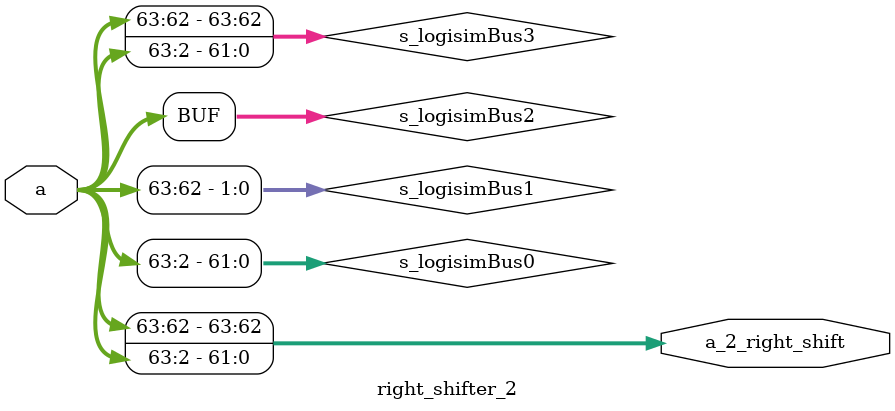
<source format=v>
/******************************************************************************
**
Logisim-evolution
goes
FPGA
automatic
generated
Verilog
code
**
**
https://github.com/logisim-evolution/
**
**
**
**
Component
:
right_shifter_2
**
**
**
*****************************************************************************/
module
right_shifter_2(
a,
a_2_right_shift
);
/*******************************************************************************
**
The
inputs
are
defined
here
**
*******************************************************************************/
input
[63:0]
a;
/*******************************************************************************
**
The
outputs
are
defined
here
**
*******************************************************************************/
output
[63:0]
a_2_right_shift;
/*******************************************************************************
**
The
wires
are
defined
here
**
*******************************************************************************/
wire
[61:0]
s_logisimBus0;
wire
[1:0]
s_logisimBus1;
wire
[63:0]
s_logisimBus2;
wire
[63:0]
s_logisimBus3;
/*******************************************************************************
**
The
module
functionality
is
described
here
**
*******************************************************************************/
/*******************************************************************************
**
Here
all
wiring
is
defined
**
*******************************************************************************/
assign
s_logisimBus0[0]
=
s_logisimBus2[2];
assign
s_logisimBus0[10]
=
s_logisimBus2[12];
assign
s_logisimBus0[11]
=
s_logisimBus2[13];
assign
s_logisimBus0[12]
=
s_logisimBus2[14];
assign
s_logisimBus0[13]
=
s_logisimBus2[15];
assign
s_logisimBus0[14]
=
s_logisimBus2[16];
assign
s_logisimBus0[15]
=
s_logisimBus2[17];
assign
s_logisimBus0[16]
=
s_logisimBus2[18];
assign
s_logisimBus0[17]
=
s_logisimBus2[19];
assign
s_logisimBus0[18]
=
s_logisimBus2[20];
assign
s_logisimBus0[19]
=
s_logisimBus2[21];
assign
s_logisimBus0[1]
=
s_logisimBus2[3];
assign
s_logisimBus0[20]
=
s_logisimBus2[22];
assign
s_logisimBus0[21]
=
s_logisimBus2[23];
assign
s_logisimBus0[22]
=
s_logisimBus2[24];
assign
s_logisimBus0[23]
=
s_logisimBus2[25];
assign
s_logisimBus0[24]
=
s_logisimBus2[26];
assign
s_logisimBus0[25]
=
s_logisimBus2[27];
assign
s_logisimBus0[26]
=
s_logisimBus2[28];
assign
s_logisimBus0[27]
=
s_logisimBus2[29];
assign
s_logisimBus0[28]
=
s_logisimBus2[30];
assign
s_logisimBus0[29]
=
s_logisimBus2[31];
assign
s_logisimBus0[2]
=
s_logisimBus2[4];
assign
s_logisimBus0[30]
=
s_logisimBus2[32];
assign
s_logisimBus0[31]
=
s_logisimBus2[33];
assign
s_logisimBus0[32]
=
s_logisimBus2[34];
assign
s_logisimBus0[33]
=
s_logisimBus2[35];
assign
s_logisimBus0[34]
=
s_logisimBus2[36];
assign
s_logisimBus0[35]
=
s_logisimBus2[37];
assign
s_logisimBus0[36]
=
s_logisimBus2[38];
assign
s_logisimBus0[37]
=
s_logisimBus2[39];
assign
s_logisimBus0[38]
=
s_logisimBus2[40];
assign
s_logisimBus0[39]
=
s_logisimBus2[41];
assign
s_logisimBus0[3]
=
s_logisimBus2[5];
assign
s_logisimBus0[40]
=
s_logisimBus2[42];
assign
s_logisimBus0[41]
=
s_logisimBus2[43];
assign
s_logisimBus0[42]
=
s_logisimBus2[44];
assign
s_logisimBus0[43]
=
s_logisimBus2[45];
assign
s_logisimBus0[44]
=
s_logisimBus2[46];
assign
s_logisimBus0[45]
=
s_logisimBus2[47];
assign
s_logisimBus0[46]
=
s_logisimBus2[48];
assign
s_logisimBus0[47]
=
s_logisimBus2[49];
assign
s_logisimBus0[48]
=
s_logisimBus2[50];
assign
s_logisimBus0[49]
=
s_logisimBus2[51];
assign
s_logisimBus0[4]
=
s_logisimBus2[6];
assign
s_logisimBus0[50]
=
s_logisimBus2[52];
assign
s_logisimBus0[51]
=
s_logisimBus2[53];
assign
s_logisimBus0[52]
=
s_logisimBus2[54];
assign
s_logisimBus0[53]
=
s_logisimBus2[55];
assign
s_logisimBus0[54]
=
s_logisimBus2[56];
assign
s_logisimBus0[55]
=
s_logisimBus2[57];
assign
s_logisimBus0[56]
=
s_logisimBus2[58];
assign
s_logisimBus0[57]
=
s_logisimBus2[59];
assign
s_logisimBus0[58]
=
s_logisimBus2[60];
assign
s_logisimBus0[59]
=
s_logisimBus2[61];
assign
s_logisimBus0[5]
=
s_logisimBus2[7];
assign
s_logisimBus0[60]
=
s_logisimBus2[62];
assign
s_logisimBus0[61]
=
s_logisimBus2[63];
assign
s_logisimBus0[6]
=
s_logisimBus2[8];
assign
s_logisimBus0[7]
=
s_logisimBus2[9];
assign
s_logisimBus0[8]
=
s_logisimBus2[10];
assign
s_logisimBus0[9]
=
s_logisimBus2[11];
assign
s_logisimBus1[0]
=
s_logisimBus2[62];
assign
s_logisimBus1[1]
=
s_logisimBus2[63];
assign
s_logisimBus3[0]
=
s_logisimBus0[0];
assign
s_logisimBus3[10]
=
s_logisimBus0[10];
assign
s_logisimBus3[11]
=
s_logisimBus0[11];
assign
s_logisimBus3[12]
=
s_logisimBus0[12];
assign
s_logisimBus3[13]
=
s_logisimBus0[13];
assign
s_logisimBus3[14]
=
s_logisimBus0[14];
assign
s_logisimBus3[15]
=
s_logisimBus0[15];
assign
s_logisimBus3[16]
=
s_logisimBus0[16];
assign
s_logisimBus3[17]
=
s_logisimBus0[17];
assign
s_logisimBus3[18]
=
s_logisimBus0[18];
assign
s_logisimBus3[19]
=
s_logisimBus0[19];
assign
s_logisimBus3[1]
=
s_logisimBus0[1];
assign
s_logisimBus3[20]
=
s_logisimBus0[20];
assign
s_logisimBus3[21]
=
s_logisimBus0[21];
assign
s_logisimBus3[22]
=
s_logisimBus0[22];
assign
s_logisimBus3[23]
=
s_logisimBus0[23];
assign
s_logisimBus3[24]
=
s_logisimBus0[24];
assign
s_logisimBus3[25]
=
s_logisimBus0[25];
assign
s_logisimBus3[26]
=
s_logisimBus0[26];
assign
s_logisimBus3[27]
=
s_logisimBus0[27];
assign
s_logisimBus3[28]
=
s_logisimBus0[28];
assign
s_logisimBus3[29]
=
s_logisimBus0[29];
assign
s_logisimBus3[2]
=
s_logisimBus0[2];
assign
s_logisimBus3[30]
=
s_logisimBus0[30];
assign
s_logisimBus3[31]
=
s_logisimBus0[31];
assign
s_logisimBus3[32]
=
s_logisimBus0[32];
assign
s_logisimBus3[33]
=
s_logisimBus0[33];
assign
s_logisimBus3[34]
=
s_logisimBus0[34];
assign
s_logisimBus3[35]
=
s_logisimBus0[35];
assign
s_logisimBus3[36]
=
s_logisimBus0[36];
assign
s_logisimBus3[37]
=
s_logisimBus0[37];
assign
s_logisimBus3[38]
=
s_logisimBus0[38];
assign
s_logisimBus3[39]
=
s_logisimBus0[39];
assign
s_logisimBus3[3]
=
s_logisimBus0[3];
assign
s_logisimBus3[40]
=
s_logisimBus0[40];
assign
s_logisimBus3[41]
=
s_logisimBus0[41];
assign
s_logisimBus3[42]
=
s_logisimBus0[42];
assign
s_logisimBus3[43]
=
s_logisimBus0[43];
assign
s_logisimBus3[44]
=
s_logisimBus0[44];
assign
s_logisimBus3[45]
=
s_logisimBus0[45];
assign
s_logisimBus3[46]
=
s_logisimBus0[46];
assign
s_logisimBus3[47]
=
s_logisimBus0[47];
assign
s_logisimBus3[48]
=
s_logisimBus0[48];
assign
s_logisimBus3[49]
=
s_logisimBus0[49];
assign
s_logisimBus3[4]
=
s_logisimBus0[4];
assign
s_logisimBus3[50]
=
s_logisimBus0[50];
assign
s_logisimBus3[51]
=
s_logisimBus0[51];
assign
s_logisimBus3[52]
=
s_logisimBus0[52];
assign
s_logisimBus3[53]
=
s_logisimBus0[53];
assign
s_logisimBus3[54]
=
s_logisimBus0[54];
assign
s_logisimBus3[55]
=
s_logisimBus0[55];
assign
s_logisimBus3[56]
=
s_logisimBus0[56];
assign
s_logisimBus3[57]
=
s_logisimBus0[57];
assign
s_logisimBus3[58]
=
s_logisimBus0[58];
assign
s_logisimBus3[59]
=
s_logisimBus0[59];
assign
s_logisimBus3[5]
=
s_logisimBus0[5];
assign
s_logisimBus3[60]
=
s_logisimBus0[60];
assign
s_logisimBus3[61]
=
s_logisimBus0[61];
assign
s_logisimBus3[62]
=
s_logisimBus1[0];
assign
s_logisimBus3[63]
=
s_logisimBus1[1];
assign
s_logisimBus3[6]
=
s_logisimBus0[6];
assign
s_logisimBus3[7]
=
s_logisimBus0[7];
assign
s_logisimBus3[8]
=
s_logisimBus0[8];
assign
s_logisimBus3[9]
=
s_logisimBus0[9];
/*******************************************************************************
**
Here
all
input
connections
are
defined
**
*******************************************************************************/
assign
s_logisimBus2[63:0]
=
a;
/*******************************************************************************
**
Here
all
output
connections
are
defined
**
*******************************************************************************/
assign
a_2_right_shift
=
s_logisimBus3[63:0];
endmodule
</source>
